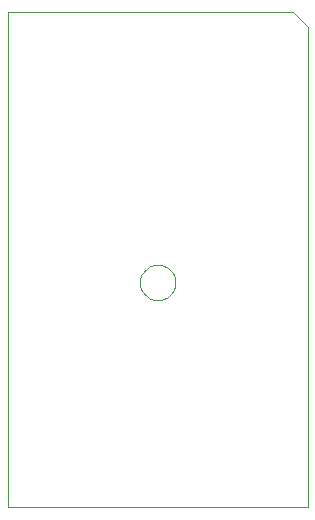
<source format=gbr>
G75*
%MOIN*%
%OFA0B0*%
%FSLAX24Y24*%
%IPPOS*%
%LPD*%
%AMOC8*
5,1,8,0,0,1.08239X$1,22.5*
%
%ADD10C,0.0010*%
%ADD11C,0.0000*%
D10*
X000180Y001033D02*
X000180Y017533D01*
X009680Y017533D01*
X010180Y017033D01*
X010180Y001033D01*
X000180Y001033D01*
D11*
X004589Y008533D02*
X004591Y008581D01*
X004597Y008629D01*
X004607Y008676D01*
X004620Y008722D01*
X004638Y008767D01*
X004658Y008811D01*
X004683Y008853D01*
X004711Y008892D01*
X004741Y008929D01*
X004775Y008963D01*
X004812Y008995D01*
X004850Y009024D01*
X004891Y009049D01*
X004934Y009071D01*
X004979Y009089D01*
X005025Y009103D01*
X005072Y009114D01*
X005120Y009121D01*
X005168Y009124D01*
X005216Y009123D01*
X005264Y009118D01*
X005312Y009109D01*
X005358Y009097D01*
X005403Y009080D01*
X005447Y009060D01*
X005489Y009037D01*
X005529Y009010D01*
X005567Y008980D01*
X005602Y008947D01*
X005634Y008911D01*
X005664Y008873D01*
X005690Y008832D01*
X005712Y008789D01*
X005732Y008745D01*
X005747Y008700D01*
X005759Y008653D01*
X005767Y008605D01*
X005771Y008557D01*
X005771Y008509D01*
X005767Y008461D01*
X005759Y008413D01*
X005747Y008366D01*
X005732Y008321D01*
X005712Y008277D01*
X005690Y008234D01*
X005664Y008193D01*
X005634Y008155D01*
X005602Y008119D01*
X005567Y008086D01*
X005529Y008056D01*
X005489Y008029D01*
X005447Y008006D01*
X005403Y007986D01*
X005358Y007969D01*
X005312Y007957D01*
X005264Y007948D01*
X005216Y007943D01*
X005168Y007942D01*
X005120Y007945D01*
X005072Y007952D01*
X005025Y007963D01*
X004979Y007977D01*
X004934Y007995D01*
X004891Y008017D01*
X004850Y008042D01*
X004812Y008071D01*
X004775Y008103D01*
X004741Y008137D01*
X004711Y008174D01*
X004683Y008213D01*
X004658Y008255D01*
X004638Y008299D01*
X004620Y008344D01*
X004607Y008390D01*
X004597Y008437D01*
X004591Y008485D01*
X004589Y008533D01*
M02*

</source>
